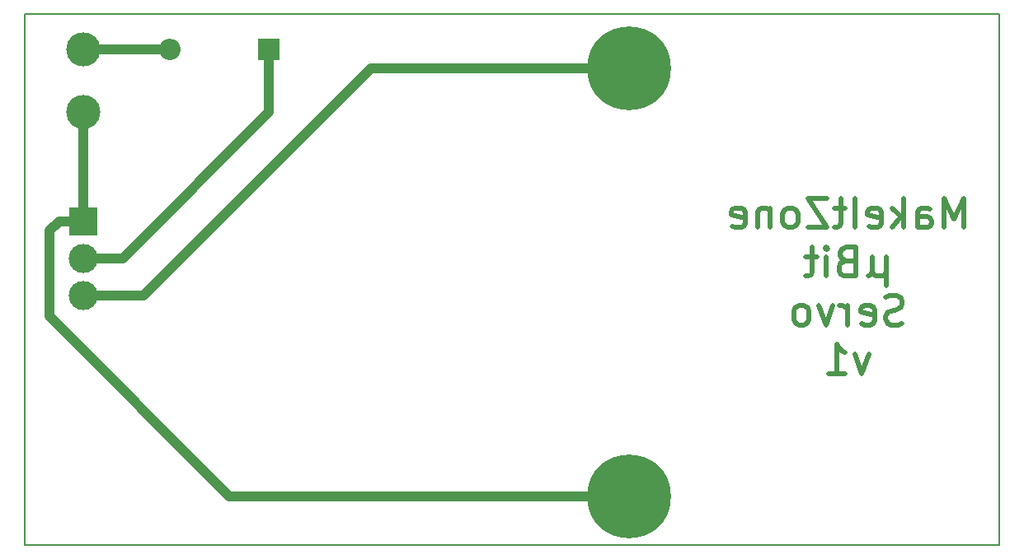
<source format=gbr>
G04 #@! TF.GenerationSoftware,KiCad,Pcbnew,(5.0.1-3-g963ef8bb5)*
G04 #@! TF.CreationDate,2018-11-12T20:25:43-08:00*
G04 #@! TF.ProjectId,ServoCreature,536572766F43726561747572652E6B69,rev?*
G04 #@! TF.SameCoordinates,Original*
G04 #@! TF.FileFunction,Copper,L2,Bot,Signal*
G04 #@! TF.FilePolarity,Positive*
%FSLAX46Y46*%
G04 Gerber Fmt 4.6, Leading zero omitted, Abs format (unit mm)*
G04 Created by KiCad (PCBNEW (5.0.1-3-g963ef8bb5)) date Monday, November 12, 2018 at 08:25:43 pm*
%MOMM*%
%LPD*%
G01*
G04 APERTURE LIST*
G04 #@! TA.AperFunction,NonConductor*
%ADD10C,0.150000*%
G04 #@! TD*
G04 #@! TA.AperFunction,NonConductor*
%ADD11C,0.500000*%
G04 #@! TD*
G04 #@! TA.AperFunction,ComponentPad*
%ADD12R,2.200000X2.200000*%
G04 #@! TD*
G04 #@! TA.AperFunction,ComponentPad*
%ADD13O,2.200000X2.200000*%
G04 #@! TD*
G04 #@! TA.AperFunction,ComponentPad*
%ADD14C,8.600000*%
G04 #@! TD*
G04 #@! TA.AperFunction,ComponentPad*
%ADD15C,3.500120*%
G04 #@! TD*
G04 #@! TA.AperFunction,ComponentPad*
%ADD16R,2.999740X2.999740*%
G04 #@! TD*
G04 #@! TA.AperFunction,ComponentPad*
%ADD17C,2.999740*%
G04 #@! TD*
G04 #@! TA.AperFunction,Conductor*
%ADD18C,1.000000*%
G04 #@! TD*
G04 APERTURE END LIST*
D10*
X120000000Y-20390000D02*
X120000000Y-75000000D01*
X20000000Y-20390000D02*
X120000000Y-20390000D01*
X20000000Y-20390000D02*
X20000000Y-75000000D01*
X20000000Y-75000000D02*
X120000000Y-75000000D01*
D11*
X116357142Y-42357142D02*
X116357142Y-39357142D01*
X115357142Y-41500000D01*
X114357142Y-39357142D01*
X114357142Y-42357142D01*
X111642857Y-42357142D02*
X111642857Y-40785714D01*
X111785714Y-40500000D01*
X112071428Y-40357142D01*
X112642857Y-40357142D01*
X112928571Y-40500000D01*
X111642857Y-42214285D02*
X111928571Y-42357142D01*
X112642857Y-42357142D01*
X112928571Y-42214285D01*
X113071428Y-41928571D01*
X113071428Y-41642857D01*
X112928571Y-41357142D01*
X112642857Y-41214285D01*
X111928571Y-41214285D01*
X111642857Y-41071428D01*
X110214285Y-42357142D02*
X110214285Y-39357142D01*
X109928571Y-41214285D02*
X109071428Y-42357142D01*
X109071428Y-40357142D02*
X110214285Y-41500000D01*
X106642857Y-42214285D02*
X106928571Y-42357142D01*
X107500000Y-42357142D01*
X107785714Y-42214285D01*
X107928571Y-41928571D01*
X107928571Y-40785714D01*
X107785714Y-40500000D01*
X107500000Y-40357142D01*
X106928571Y-40357142D01*
X106642857Y-40500000D01*
X106500000Y-40785714D01*
X106500000Y-41071428D01*
X107928571Y-41357142D01*
X105214285Y-42357142D02*
X105214285Y-39357142D01*
X104214285Y-40357142D02*
X103071428Y-40357142D01*
X103785714Y-39357142D02*
X103785714Y-41928571D01*
X103642857Y-42214285D01*
X103357142Y-42357142D01*
X103071428Y-42357142D01*
X102357142Y-39357142D02*
X100357142Y-39357142D01*
X102357142Y-42357142D01*
X100357142Y-42357142D01*
X98785714Y-42357142D02*
X99071428Y-42214285D01*
X99214285Y-42071428D01*
X99357142Y-41785714D01*
X99357142Y-40928571D01*
X99214285Y-40642857D01*
X99071428Y-40500000D01*
X98785714Y-40357142D01*
X98357142Y-40357142D01*
X98071428Y-40500000D01*
X97928571Y-40642857D01*
X97785714Y-40928571D01*
X97785714Y-41785714D01*
X97928571Y-42071428D01*
X98071428Y-42214285D01*
X98357142Y-42357142D01*
X98785714Y-42357142D01*
X96500000Y-40357142D02*
X96500000Y-42357142D01*
X96500000Y-40642857D02*
X96357142Y-40500000D01*
X96071428Y-40357142D01*
X95642857Y-40357142D01*
X95357142Y-40500000D01*
X95214285Y-40785714D01*
X95214285Y-42357142D01*
X92642857Y-42214285D02*
X92928571Y-42357142D01*
X93500000Y-42357142D01*
X93785714Y-42214285D01*
X93928571Y-41928571D01*
X93928571Y-40785714D01*
X93785714Y-40500000D01*
X93500000Y-40357142D01*
X92928571Y-40357142D01*
X92642857Y-40500000D01*
X92500000Y-40785714D01*
X92500000Y-41071428D01*
X93928571Y-41357142D01*
X108428571Y-45357142D02*
X108428571Y-48357142D01*
X107000000Y-46928571D02*
X106857142Y-47214285D01*
X106571428Y-47357142D01*
X108428571Y-46928571D02*
X108285714Y-47214285D01*
X108000000Y-47357142D01*
X107428571Y-47357142D01*
X107142857Y-47214285D01*
X107000000Y-46928571D01*
X107000000Y-45357142D01*
X104285714Y-45785714D02*
X103857142Y-45928571D01*
X103714285Y-46071428D01*
X103571428Y-46357142D01*
X103571428Y-46785714D01*
X103714285Y-47071428D01*
X103857142Y-47214285D01*
X104142857Y-47357142D01*
X105285714Y-47357142D01*
X105285714Y-44357142D01*
X104285714Y-44357142D01*
X104000000Y-44500000D01*
X103857142Y-44642857D01*
X103714285Y-44928571D01*
X103714285Y-45214285D01*
X103857142Y-45500000D01*
X104000000Y-45642857D01*
X104285714Y-45785714D01*
X105285714Y-45785714D01*
X102285714Y-47357142D02*
X102285714Y-45357142D01*
X102285714Y-44357142D02*
X102428571Y-44500000D01*
X102285714Y-44642857D01*
X102142857Y-44500000D01*
X102285714Y-44357142D01*
X102285714Y-44642857D01*
X101285714Y-45357142D02*
X100142857Y-45357142D01*
X100857142Y-44357142D02*
X100857142Y-46928571D01*
X100714285Y-47214285D01*
X100428571Y-47357142D01*
X100142857Y-47357142D01*
X110071428Y-52214285D02*
X109642857Y-52357142D01*
X108928571Y-52357142D01*
X108642857Y-52214285D01*
X108500000Y-52071428D01*
X108357142Y-51785714D01*
X108357142Y-51500000D01*
X108500000Y-51214285D01*
X108642857Y-51071428D01*
X108928571Y-50928571D01*
X109500000Y-50785714D01*
X109785714Y-50642857D01*
X109928571Y-50500000D01*
X110071428Y-50214285D01*
X110071428Y-49928571D01*
X109928571Y-49642857D01*
X109785714Y-49500000D01*
X109500000Y-49357142D01*
X108785714Y-49357142D01*
X108357142Y-49500000D01*
X105928571Y-52214285D02*
X106214285Y-52357142D01*
X106785714Y-52357142D01*
X107071428Y-52214285D01*
X107214285Y-51928571D01*
X107214285Y-50785714D01*
X107071428Y-50500000D01*
X106785714Y-50357142D01*
X106214285Y-50357142D01*
X105928571Y-50500000D01*
X105785714Y-50785714D01*
X105785714Y-51071428D01*
X107214285Y-51357142D01*
X104500000Y-52357142D02*
X104500000Y-50357142D01*
X104500000Y-50928571D02*
X104357142Y-50642857D01*
X104214285Y-50500000D01*
X103928571Y-50357142D01*
X103642857Y-50357142D01*
X102928571Y-50357142D02*
X102214285Y-52357142D01*
X101500000Y-50357142D01*
X99928571Y-52357142D02*
X100214285Y-52214285D01*
X100357142Y-52071428D01*
X100500000Y-51785714D01*
X100500000Y-50928571D01*
X100357142Y-50642857D01*
X100214285Y-50500000D01*
X99928571Y-50357142D01*
X99500000Y-50357142D01*
X99214285Y-50500000D01*
X99071428Y-50642857D01*
X98928571Y-50928571D01*
X98928571Y-51785714D01*
X99071428Y-52071428D01*
X99214285Y-52214285D01*
X99500000Y-52357142D01*
X99928571Y-52357142D01*
X106642857Y-55357142D02*
X105928571Y-57357142D01*
X105214285Y-55357142D01*
X102500000Y-57357142D02*
X104214285Y-57357142D01*
X103357142Y-57357142D02*
X103357142Y-54357142D01*
X103642857Y-54785714D01*
X103928571Y-55071428D01*
X104214285Y-55214285D01*
D12*
G04 #@! TO.P,D1,1*
G04 #@! TO.N,Net-(D1-Pad1)*
X45000000Y-24000000D03*
D13*
G04 #@! TO.P,D1,2*
G04 #@! TO.N,+5V*
X34840000Y-24000000D03*
G04 #@! TD*
D14*
G04 #@! TO.P,bitPinGnd1,1*
G04 #@! TO.N,GND*
X82000000Y-70000000D03*
G04 #@! TD*
D15*
G04 #@! TO.P,5VBat1,1*
G04 #@! TO.N,+5V*
X26000000Y-24000000D03*
G04 #@! TD*
G04 #@! TO.P,BatGnd1,1*
G04 #@! TO.N,GND*
X26000000Y-30500000D03*
G04 #@! TD*
D14*
G04 #@! TO.P,bitPin0-PWM1,1*
G04 #@! TO.N,Net-(J1-Pad3)*
X82000000Y-26000000D03*
G04 #@! TD*
D16*
G04 #@! TO.P,J1,1*
G04 #@! TO.N,GND*
X26000000Y-41690000D03*
D17*
G04 #@! TO.P,J1,2*
G04 #@! TO.N,Net-(D1-Pad1)*
X26000000Y-45500000D03*
G04 #@! TO.P,J1,3*
G04 #@! TO.N,Net-(J1-Pad3)*
X26000000Y-49310000D03*
G04 #@! TD*
D18*
G04 #@! TO.N,Net-(D1-Pad1)*
X30000000Y-45500000D02*
X26000000Y-45500000D01*
X45000000Y-30500000D02*
X30000000Y-45500000D01*
X45000000Y-24000000D02*
X45000000Y-30500000D01*
G04 #@! TO.N,+5V*
X26000000Y-24000000D02*
X34840000Y-24000000D01*
G04 #@! TO.N,GND*
X41000000Y-70000000D02*
X75918882Y-70000000D01*
X75918882Y-70000000D02*
X82000000Y-70000000D01*
X22500000Y-51500000D02*
X41000000Y-70000000D01*
X22500000Y-42690130D02*
X22500000Y-51500000D01*
X23500130Y-41690000D02*
X22500000Y-42690130D01*
X26000000Y-41690000D02*
X23500130Y-41690000D01*
X26000000Y-32974958D02*
X26000000Y-41690000D01*
X26000000Y-30500000D02*
X26000000Y-32974958D01*
G04 #@! TO.N,Net-(J1-Pad3)*
X32190000Y-49310000D02*
X26000000Y-49310000D01*
X55500000Y-26000000D02*
X32190000Y-49310000D01*
X82000000Y-26000000D02*
X55500000Y-26000000D01*
G04 #@! TD*
M02*

</source>
